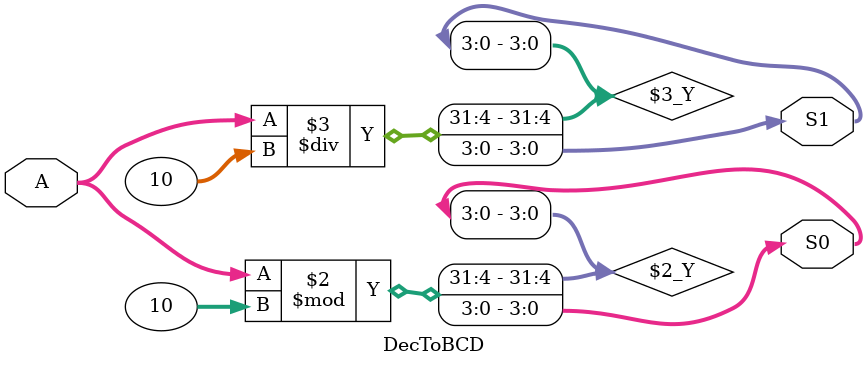
<source format=v>

module DecToBCD (A, S1, S0);
	input [5:0]A;				// inputs 
	
	output reg [3:0]S0;		// outputs
	output reg [3:0]S1;
	
	always @ (A) begin
	S0 = A % 10;	// calculate least significant BCD digit
	S1 = A / 10;	// calculate next least significant BCD digit
	end
endmodule
</source>
